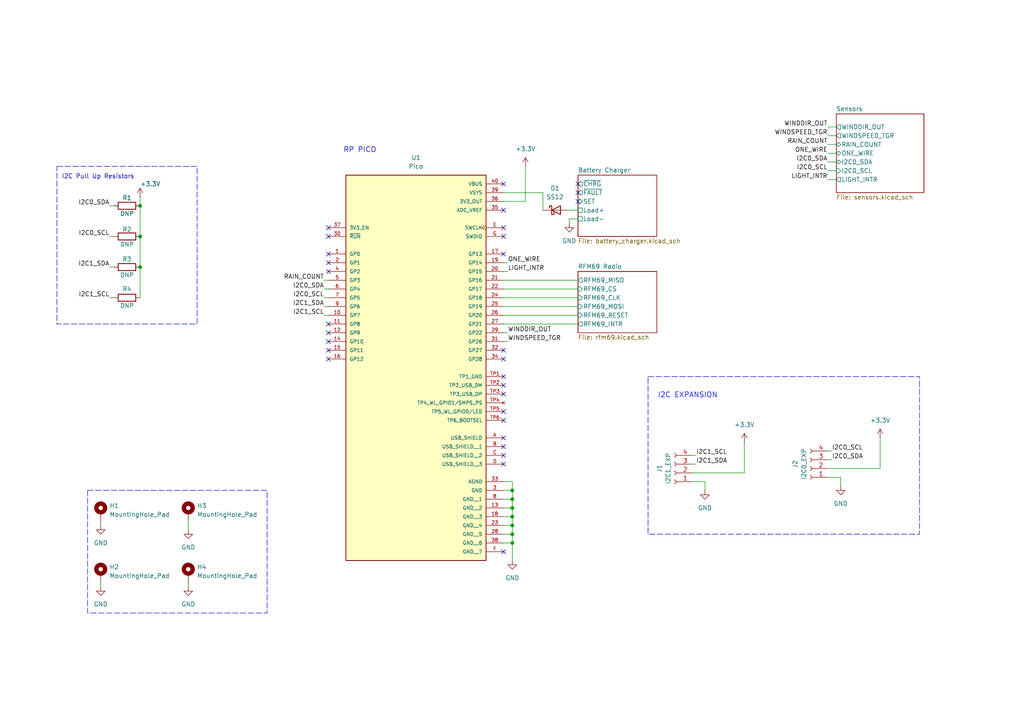
<source format=kicad_sch>
(kicad_sch (version 20231120) (generator "eeschema") (generator_version "8.0")
  (paper "A4")
  (title_block (title "Pico W Weather Station") (date "2023-12-12") (rev "v01") (comment 4 "Author: Scott Perkins"))
  (lib_symbols
    (symbol "Connector:Conn_01x04_Socket" (pin_names (offset 1.016) hide)
      (property "Reference" "J" (at 0 5.08 0))
      (property "Value" "Conn_01x04_Socket" (at 0 -7.62 0))
      (symbol "Conn_01x04_Socket_1_1"
        (arc (start 0 -4.572) (mid -0.5058 -5.08) (end 0 -5.588) (stroke (width 0.1524)))
        (arc (start 0 -2.032) (mid -0.5058 -2.54) (end 0 -3.048) (stroke (width 0.1524)))
        (polyline (pts (xy -1.27 -5.08) (xy -0.508 -5.08)) (stroke (width 0.1524)))
        (polyline (pts (xy -1.27 -2.54) (xy -0.508 -2.54)) (stroke (width 0.1524)))
        (polyline (pts (xy -1.27 0) (xy -0.508 0)) (stroke (width 0.1524)))
        (polyline (pts (xy -1.27 2.54) (xy -0.508 2.54)) (stroke (width 0.1524)))
        (arc (start 0 0.508) (mid -0.5058 0) (end 0 -0.508) (stroke (width 0.1524)))
        (arc (start 0 3.048) (mid -0.5058 2.54) (end 0 2.032) (stroke (width 0.1524)))
        (pin passive line (at -5.08 2.54 0) (length 3.81) (name "Pin_1") (number "1"))
        (pin passive line (at -5.08 0 0) (length 3.81) (name "Pin_2") (number "2"))
        (pin passive line (at -5.08 -2.54 0) (length 3.81) (name "Pin_3") (number "3"))
        (pin passive line (at -5.08 -5.08 0) (length 3.81) (name "Pin_4") (number "4"))
      )
    )
    (symbol "Device:R" (pin_numbers hide) (pin_names (offset 0))
      (property "Reference" "R" (at 2.032 0 90))
      (property "Value" "R" (at 0 0 90))
      (symbol "R_0_1"
        (rectangle (start -1.016 -2.54) (end 1.016 2.54) (stroke (width 0.254)))
      )
      (symbol "R_1_1"
        (pin passive line (at 0 3.81 270) (length 1.27) (name "~") (number "1"))
        (pin passive line (at 0 -3.81 90) (length 1.27) (name "~") (number "2"))
      )
    )
    (symbol "Diode:SS12" (pin_numbers hide) (pin_names (offset 1.016) hide)
      (property "Reference" "D" (at 0 2.54 0))
      (property "Value" "SS12" (at 0 -2.54 0))
      (symbol "SS12_0_1"
        (polyline (pts (xy 1.27 0) (xy -1.27 0)))
        (polyline (pts (xy 1.27 1.27) (xy 1.27 -1.27) (xy -1.27 0) (xy 1.27 1.27)) (stroke (width 0.254)))
        (polyline (pts (xy -1.905 0.635) (xy -1.905 1.27) (xy -1.27 1.27) (xy -1.27 -1.27) (xy -0.635 -1.27) (xy -0.635 -0.635)) (stroke (width 0.254)))
      )
      (symbol "SS12_1_1"
        (pin passive line (at -3.81 0 0) (length 2.54) (name "K") (number "1"))
        (pin passive line (at 3.81 0 180) (length 2.54) (name "A") (number "2"))
      )
    )
    (symbol "GND_1" (power) (pin_numbers hide) (pin_names (offset 0) hide)
      (property "Value" "GND" (at 0 -3.81 0))
      (symbol "GND_1_0_1"
        (polyline (pts (xy 0 0) (xy 0 -1.27) (xy 1.27 -1.27) (xy 0 -2.54) (xy -1.27 -1.27) (xy 0 -1.27)))
      )
      (symbol "GND_1_1_1"
        (pin power_in line (at 0 0 270) (length 0) (name "~") (number "1"))
      )
    )
    (symbol "GND_2" (power) (pin_numbers hide) (pin_names (offset 0) hide)
      (property "Value" "GND" (at 0 -3.81 0))
      (symbol "GND_2_0_1"
        (polyline (pts (xy 0 0) (xy 0 -1.27) (xy 1.27 -1.27) (xy 0 -2.54) (xy -1.27 -1.27) (xy 0 -1.27)))
      )
      (symbol "GND_2_1_1"
        (pin power_in line (at 0 0 270) (length 0) (name "~") (number "1"))
      )
    )
    (symbol "GND_4" (power) (pin_numbers hide) (pin_names (offset 0) hide)
      (property "Value" "GND" (at 0 -3.81 0))
      (symbol "GND_4_0_1"
        (polyline (pts (xy 0 0) (xy 0 -1.27) (xy 1.27 -1.27) (xy 0 -2.54) (xy -1.27 -1.27) (xy 0 -1.27)))
      )
      (symbol "GND_4_1_1"
        (pin power_in line (at 0 0 270) (length 0) (name "~") (number "1"))
      )
    )
    (symbol "Mechanical:MountingHole_Pad" (pin_numbers hide) (pin_names (offset 1.016) hide)
      (property "Reference" "H" (at 0 6.35 0))
      (property "Value" "MountingHole_Pad" (at 0 4.445 0))
      (symbol "MountingHole_Pad_0_1"
        (circle (center 0 1.27) (radius 1.27) (stroke (width 1.27)))
      )
      (symbol "MountingHole_Pad_1_1"
        (pin input line (at 0 -2.54 90) (length 2.54) (name "1") (number "1"))
      )
    )
    (symbol "Weather_Sensors:Pico W" (pin_names (offset 1.016))
      (property "Reference" "U" (at -20.32 43.942 0))
      (property "Value" "Pico W" (at -20.32 -71.12 0))
      (symbol "Pico W_0_0"
        (rectangle (start -20.32 -68.58) (end 20.32 43.18) (stroke (width 0.254)) (fill (type background)))
        (pin bidirectional line (at -25.4 20.32 0) (length 5.08) (name "GP0") (number "1"))
        (pin bidirectional line (at -25.4 2.54 0) (length 5.08) (name "GP7") (number "10"))
        (pin bidirectional line (at -25.4 0 0) (length 5.08) (name "GP8") (number "11"))
        (pin bidirectional line (at -25.4 -2.54 0) (length 5.08) (name "GP9") (number "12"))
        (pin power_in line (at 25.4 -53.34 180) (length 5.08) (name "GND__2") (number "13"))
        (pin bidirectional line (at -25.4 -5.08 0) (length 5.08) (name "GP10") (number "14"))
        (pin bidirectional line (at -25.4 -7.62 0) (length 5.08) (name "GP11") (number "15"))
        (pin bidirectional line (at -25.4 -10.16 0) (length 5.08) (name "GP12") (number "16"))
        (pin bidirectional line (at 25.4 20.32 180) (length 5.08) (name "GP13") (number "17"))
        (pin power_in line (at 25.4 -55.88 180) (length 5.08) (name "GND__3") (number "18"))
        (pin bidirectional line (at 25.4 17.78 180) (length 5.08) (name "GP14") (number "19"))
        (pin bidirectional line (at -25.4 17.78 0) (length 5.08) (name "GP1") (number "2"))
        (pin bidirectional line (at 25.4 15.24 180) (length 5.08) (name "GP15") (number "20"))
        (pin bidirectional line (at 25.4 12.7 180) (length 5.08) (name "GP16") (number "21"))
        (pin bidirectional line (at 25.4 10.16 180) (length 5.08) (name "GP17") (number "22"))
        (pin power_in line (at 25.4 -58.42 180) (length 5.08) (name "GND__4") (number "23"))
        (pin bidirectional line (at 25.4 7.62 180) (length 5.08) (name "GP18") (number "24"))
        (pin bidirectional line (at 25.4 5.08 180) (length 5.08) (name "GP19") (number "25"))
        (pin bidirectional line (at 25.4 2.54 180) (length 5.08) (name "GP20") (number "26"))
        (pin bidirectional line (at 25.4 0 180) (length 5.08) (name "GP21") (number "27"))
        (pin power_in line (at 25.4 -60.96 180) (length 5.08) (name "GND__5") (number "28"))
        (pin bidirectional line (at 25.4 -2.54 180) (length 5.08) (name "GP22") (number "29"))
        (pin power_in line (at 25.4 -48.26 180) (length 5.08) (name "GND") (number "3"))
        (pin input line (at -25.4 25.4 0) (length 5.08) (name "~{RUN}") (number "30"))
        (pin bidirectional line (at 25.4 -5.08 180) (length 5.08) (name "GP26") (number "31"))
        (pin bidirectional line (at 25.4 -7.62 180) (length 5.08) (name "GP27") (number "32"))
        (pin power_in line (at 25.4 -45.72 180) (length 5.08) (name "AGND") (number "33"))
        (pin bidirectional line (at 25.4 -10.16 180) (length 5.08) (name "GP28") (number "34"))
        (pin power_in line (at 25.4 33.02 180) (length 5.08) (name "ADC_VREF") (number "35"))
        (pin power_in line (at 25.4 35.56 180) (length 5.08) (name "3V3_OUT") (number "36"))
        (pin input line (at -25.4 27.94 0) (length 5.08) (name "3V3_EN") (number "37"))
        (pin power_in line (at 25.4 -63.5 180) (length 5.08) (name "GND__6") (number "38"))
        (pin power_in line (at 25.4 38.1 180) (length 5.08) (name "VSYS") (number "39"))
        (pin bidirectional line (at -25.4 15.24 0) (length 5.08) (name "GP2") (number "4"))
        (pin power_in line (at 25.4 40.64 180) (length 5.08) (name "VBUS") (number "40"))
        (pin bidirectional line (at -25.4 12.7 0) (length 5.08) (name "GP3") (number "5"))
        (pin bidirectional line (at -25.4 10.16 0) (length 5.08) (name "GP4") (number "6"))
        (pin bidirectional line (at -25.4 7.62 0) (length 5.08) (name "GP5") (number "7"))
        (pin power_in line (at 25.4 -50.8 180) (length 5.08) (name "GND__1") (number "8"))
        (pin bidirectional line (at -25.4 5.08 0) (length 5.08) (name "GP6") (number "9"))
        (pin power_in line (at 25.4 -33.02 180) (length 5.08) (name "USB_SHIELD") (number "A"))
        (pin power_in line (at 25.4 -35.56 180) (length 5.08) (name "USB_SHIELD__1") (number "B"))
        (pin power_in line (at 25.4 -38.1 180) (length 5.08) (name "USB_SHIELD__2") (number "C"))
        (pin power_in line (at 25.4 -40.64 180) (length 5.08) (name "USB_SHIELD__3") (number "D"))
        (pin input clock (at 25.4 27.94 180) (length 5.08) (name "SWCLK") (number "E"))
        (pin power_in line (at 25.4 -66.04 180) (length 5.08) (name "GND__7") (number "F"))
        (pin bidirectional line (at 25.4 25.4 180) (length 5.08) (name "SWDIO") (number "G"))
        (pin power_in line (at 25.4 -15.24 180) (length 5.08) (name "TP1_GND") (number "TP1"))
        (pin bidirectional line (at 25.4 -17.78 180) (length 5.08) (name "TP2_USB_DM") (number "TP2"))
        (pin bidirectional line (at 25.4 -20.32 180) (length 5.08) (name "TP3_USB_DP") (number "TP3"))
        (pin no_connect line (at 25.4 -22.86 180) (length 5.08) (name "TP4_WL_GPIO1/SMPS_PS") (number "TP4"))
        (pin output line (at 25.4 -25.4 180) (length 5.08) (name "TP5_WL_GPIO0/LED") (number "TP5"))
        (pin input line (at 25.4 -27.94 180) (length 5.08) (name "TP6_BOOTSEL") (number "TP6"))
      )
    )
    (symbol "power:+3.3V" (power) (pin_numbers hide) (pin_names (offset 0) hide)
      (property "Value" "+3.3V" (at 0 3.556 0))
      (symbol "+3.3V_0_1"
        (polyline (pts (xy -0.762 1.27) (xy 0 2.54)))
        (polyline (pts (xy 0 0) (xy 0 2.54)))
        (polyline (pts (xy 0 2.54) (xy 0.762 1.27)))
      )
      (symbol "+3.3V_1_1"
        (pin power_in line (at 0 0 90) (length 0) (name "~") (number "1"))
      )
    )
    (symbol "power:GND" (power) (pin_names (offset 0))
      (property "Value" "GND" (at 0 -3.81 0))
      (symbol "GND_0_1"
        (polyline (pts (xy 0 0) (xy 0 -1.27) (xy 1.27 -1.27) (xy 0 -2.54) (xy -1.27 -1.27) (xy 0 -1.27)))
      )
      (symbol "GND_1_1"
        (pin power_in line (at 0 0 270) (length 0) hide (name "GND") (number "1"))
      )
    )
  )
  (junction (at 148.59 142.24))
  (junction (at 148.59 152.4))
  (junction (at 148.59 147.32))
  (junction (at 148.59 149.86))
  (junction (at 148.59 157.48))
  (junction (at 40.64 68.58))
  (junction (at 148.59 154.94))
  (junction (at 40.64 59.69))
  (junction (at 40.64 77.47))
  (junction (at 148.59 144.78))
  (no_connect (at 146.05 134.62))
  (no_connect (at 95.25 68.58))
  (no_connect (at 95.25 93.98))
  (no_connect (at 146.05 132.08))
  (no_connect (at 95.25 76.2))
  (no_connect (at 146.05 114.3))
  (no_connect (at 146.05 73.66))
  (no_connect (at 146.05 109.22))
  (no_connect (at 146.05 111.76))
  (no_connect (at 95.25 66.04))
  (no_connect (at 95.25 104.14))
  (no_connect (at 95.25 101.6))
  (no_connect (at 95.25 73.66))
  (no_connect (at 146.05 101.6))
  (no_connect (at 146.05 127))
  (no_connect (at 167.64 53.34))
  (no_connect (at 146.05 60.96))
  (no_connect (at 146.05 119.38))
  (no_connect (at 167.64 58.42))
  (no_connect (at 146.05 121.92))
  (no_connect (at 95.25 99.06))
  (no_connect (at 95.25 96.52))
  (no_connect (at 146.05 104.14))
  (no_connect (at 146.05 66.04))
  (no_connect (at 146.05 129.54))
  (no_connect (at 146.05 53.34))
  (no_connect (at 146.05 160.02))
  (no_connect (at 95.25 78.74))
  (no_connect (at 146.05 68.58))
  (no_connect (at 167.64 55.88))
  (wire (pts (xy 146.05 81.28) (xy 167.64 81.28)))
  (wire (pts (xy 240.03 49.53) (xy 242.57 49.53)))
  (wire (pts (xy 240.03 44.45) (xy 242.57 44.45)))
  (wire (pts (xy 31.75 77.47) (xy 33.02 77.47)))
  (wire (pts (xy 148.59 149.86) (xy 148.59 152.4)))
  (wire (pts (xy 240.03 39.37) (xy 242.57 39.37)))
  (wire (pts (xy 146.05 91.44) (xy 167.64 91.44)))
  (wire (pts (xy 255.27 135.89) (xy 255.27 127)))
  (wire (pts (xy 204.47 139.7) (xy 204.47 142.24)))
  (wire (pts (xy 240.03 130.81) (xy 241.3 130.81)))
  (wire (pts (xy 40.64 77.47) (xy 40.64 86.36)))
  (wire (pts (xy 146.05 93.98) (xy 167.64 93.98)))
  (wire (pts (xy 146.05 55.88) (xy 157.48 55.88)))
  (wire (pts (xy 146.05 86.36) (xy 167.64 86.36)))
  (wire (pts (xy 165.1 60.96) (xy 167.64 60.96)))
  (wire (pts (xy 40.64 68.58) (xy 40.64 77.47)))
  (wire (pts (xy 40.64 59.69) (xy 40.64 68.58)))
  (wire (pts (xy 243.84 138.43) (xy 243.84 140.97)))
  (wire (pts (xy 40.64 57.15) (xy 40.64 59.69)))
  (wire (pts (xy 200.66 134.62) (xy 201.93 134.62)))
  (wire (pts (xy 157.48 55.88) (xy 157.48 60.96)))
  (wire (pts (xy 240.03 133.35) (xy 241.3 133.35)))
  (wire (pts (xy 146.05 142.24) (xy 148.59 142.24)))
  (wire (pts (xy 215.9 137.16) (xy 215.9 128.27)))
  (wire (pts (xy 29.21 151.13) (xy 29.21 152.4)))
  (wire (pts (xy 148.59 144.78) (xy 148.59 147.32)))
  (wire (pts (xy 31.75 59.69) (xy 33.02 59.69)))
  (wire (pts (xy 200.66 137.16) (xy 215.9 137.16)))
  (wire (pts (xy 93.98 91.44) (xy 95.25 91.44)))
  (wire (pts (xy 31.75 68.58) (xy 33.02 68.58)))
  (wire (pts (xy 148.59 157.48) (xy 148.59 162.56)))
  (wire (pts (xy 146.05 83.82) (xy 167.64 83.82)))
  (wire (pts (xy 240.03 138.43) (xy 243.84 138.43)))
  (wire (pts (xy 200.66 132.08) (xy 201.93 132.08)))
  (wire (pts (xy 146.05 88.9) (xy 167.64 88.9)))
  (wire (pts (xy 93.98 88.9) (xy 95.25 88.9)))
  (wire (pts (xy 146.05 76.2) (xy 147.32 76.2)))
  (wire (pts (xy 93.98 86.36) (xy 95.25 86.36)))
  (wire (pts (xy 146.05 139.7) (xy 148.59 139.7)))
  (wire (pts (xy 165.1 63.5) (xy 165.1 64.77)))
  (wire (pts (xy 152.4 58.42) (xy 152.4 48.26)))
  (wire (pts (xy 146.05 154.94) (xy 148.59 154.94)))
  (wire (pts (xy 146.05 78.74) (xy 147.32 78.74)))
  (wire (pts (xy 148.59 154.94) (xy 148.59 157.48)))
  (wire (pts (xy 148.59 152.4) (xy 148.59 154.94)))
  (wire (pts (xy 240.03 52.07) (xy 242.57 52.07)))
  (wire (pts (xy 31.75 86.36) (xy 33.02 86.36)))
  (wire (pts (xy 93.98 83.82) (xy 95.25 83.82)))
  (wire (pts (xy 148.59 139.7) (xy 148.59 142.24)))
  (wire (pts (xy 146.05 96.52) (xy 147.32 96.52)))
  (wire (pts (xy 240.03 135.89) (xy 255.27 135.89)))
  (wire (pts (xy 146.05 152.4) (xy 148.59 152.4)))
  (wire (pts (xy 240.03 36.83) (xy 242.57 36.83)))
  (wire (pts (xy 146.05 147.32) (xy 148.59 147.32)))
  (wire (pts (xy 54.61 151.13) (xy 54.61 153.67)))
  (wire (pts (xy 146.05 99.06) (xy 147.32 99.06)))
  (wire (pts (xy 146.05 58.42) (xy 152.4 58.42)))
  (wire (pts (xy 54.61 168.91) (xy 54.61 170.18)))
  (wire (pts (xy 146.05 144.78) (xy 148.59 144.78)))
  (wire (pts (xy 146.05 149.86) (xy 148.59 149.86)))
  (wire (pts (xy 148.59 142.24) (xy 148.59 144.78)))
  (wire (pts (xy 167.64 63.5) (xy 165.1 63.5)))
  (wire (pts (xy 200.66 139.7) (xy 204.47 139.7)))
  (wire (pts (xy 29.21 168.91) (xy 29.21 170.18)))
  (wire (pts (xy 146.05 157.48) (xy 148.59 157.48)))
  (wire (pts (xy 240.03 46.99) (xy 242.57 46.99)))
  (wire (pts (xy 93.98 81.28) (xy 95.25 81.28)))
  (wire (pts (xy 240.03 41.91) (xy 242.57 41.91)))
  (wire (pts (xy 148.59 147.32) (xy 148.59 149.86)))
  (rectangle (start 16.51 48.26) (end 57.15 93.98) (stroke (width 0) (type dash)))
  (rectangle (start 187.96 109.22) (end 266.7 154.94) (stroke (width 0) (type dash)))
  (rectangle (start 25.4 142.24) (end 77.47 177.8) (stroke (width 0) (type dash)))
  (text "I2C Pull Up Resistors" (at 28.448 51.308 0) (effects (font (size 1.27 1.27))))
  (text "I2C EXPANSION\n" (at 190.754 115.57 0) (effects (font (size 1.5 1.5)) (justify left bottom)))
  (text "RP PICO\n" (at 99.568 44.45 0) (effects (font (size 1.5 1.5)) (justify left bottom)))
  (label "WINDSPEED_TGR" (at 147.32 99.06 0))
  (label "I2C1_SDA" (at 93.98 88.9 180))
  (label "LIGHT_INTR" (at 240.03 52.07 180))
  (label "I2C0_SDA" (at 31.75 59.69 180))
  (label "ONE_WIRE" (at 147.32 76.2 0))
  (label "I2C1_SCL" (at 31.75 86.36 180))
  (label "I2C0_SCL" (at 240.03 49.53 180))
  (label "LIGHT_INTR" (at 147.32 78.74 0))
  (label "I2C0_SCL" (at 93.98 86.36 180))
  (label "I2C0_SCL" (at 241.3 130.81 0))
  (label "I2C0_SDA" (at 240.03 46.99 180))
  (label "WINDSPEED_TGR" (at 240.03 39.37 180))
  (label "RAIN_COUNT" (at 240.03 41.91 180))
  (label "I2C1_SDA" (at 201.93 134.62 0))
  (label "I2C1_SCL" (at 201.93 132.08 0))
  (label "I2C1_SCL" (at 93.98 91.44 180))
  (label "I2C0_SCL" (at 31.75 68.58 180))
  (label "WINDDIR_OUT" (at 240.03 36.83 180))
  (label "WINDDIR_OUT" (at 147.32 96.52 0))
  (label "I2C0_SDA" (at 93.98 83.82 180))
  (label "RAIN_COUNT" (at 93.98 81.28 180))
  (label "I2C0_SDA" (at 241.3 133.35 0))
  (label "ONE_WIRE" (at 240.03 44.45 180))
  (label "I2C1_SDA" (at 31.75 77.47 180))
  (symbol (lib_id "Device:R") (at 36.83 59.69 270) (unit 1)
    (property "Reference" "R1" (at 36.83 57.404 90))
    (property "Value" "DNP" (at 36.83 61.976 90))
    (property "Footprint" "Resistor_SMD:R_0805_2012Metric_Pad1.20x1.40mm_HandSolder" (effects (hide yes)))
    (property "Description" "Resistor" (effects (hide yes)))
  )
  (symbol (lib_id "Device:R") (at 36.83 86.36 270) (unit 1)
    (property "Reference" "R4" (at 36.83 83.82 90))
    (property "Value" "DNP" (at 36.83 88.646 90))
    (property "Footprint" "Resistor_SMD:R_0805_2012Metric_Pad1.20x1.40mm_HandSolder" (effects (hide yes)))
    (property "Description" "Resistor" (effects (hide yes)))
  )
  (symbol (lib_name "GND_4") (lib_id "power:GND") (at 165.1 64.77 0) (unit 1)
    (property "Reference" "#PWR08" (effects (hide yes)))
    (property "Value" "GND" (at 165.1 69.85 0))
    (property "Description" "Power symbol creates a global label with name \"GND\" , ground" (effects (hide yes)))
  )
  (symbol (lib_id "Mechanical:MountingHole_Pad") (at 29.21 166.37 0) (unit 1)
    (property "Reference" "H2" (at 31.75 164.465 0) (effects (justify left)))
    (property "Value" "MountingHole_Pad" (at 31.75 167.005 0) (effects (justify left)))
    (property "Footprint" "MountingHole:MountingHole_3.2mm_M3_ISO7380" (effects (hide yes)))
  )
  (symbol (lib_id "Connector:Conn_01x04_Socket") (at 195.58 137.16 180) (unit 1)
    (property "Reference" "J1" (at 191.262 135.89 90))
    (property "Value" "I2C1_EXP" (at 193.802 135.89 90))
    (property "Footprint" "WeatherStation:StemmaQT_Vertical" (effects (hide yes)))
  )
  (symbol (lib_name "GND_2") (lib_id "power:GND") (at 148.59 162.56 0) (unit 1)
    (property "Reference" "#PWR06" (effects (hide yes)))
    (property "Value" "GND" (at 148.59 167.64 0))
    (property "Description" "Power symbol creates a global label with name \"GND\" , ground" (effects (hide yes)))
  )
  (symbol (lib_id "Device:R") (at 36.83 77.47 270) (unit 1)
    (property "Reference" "R3" (at 36.83 75.184 90))
    (property "Value" "DNP" (at 36.83 79.756 90))
    (property "Footprint" "Resistor_SMD:R_0805_2012Metric_Pad1.20x1.40mm_HandSolder" (effects (hide yes)))
    (property "Description" "Resistor" (effects (hide yes)))
  )
  (symbol (lib_id "power:+3.3V") (at 215.9 128.27 0) (unit 1)
    (property "Reference" "#PWR010" (effects (hide yes)))
    (property "Value" "+3.3V" (at 215.9 123.19 0))
    (property "Description" "Power symbol creates a global label with name \"+3.3V\"" (effects (hide yes)))
  )
  (symbol (lib_id "power:+3.3V") (at 152.4 48.26 0) (unit 1)
    (property "Reference" "#PWR07" (effects (hide yes)))
    (property "Value" "+3.3V" (at 152.4 43.18 0))
    (property "Description" "Power symbol creates a global label with name \"+3.3V\"" (effects (hide yes)))
  )
  (symbol (lib_id "Mechanical:MountingHole_Pad") (at 54.61 166.37 0) (unit 1)
    (property "Reference" "H4" (at 57.15 164.465 0) (effects (justify left)))
    (property "Value" "MountingHole_Pad" (at 57.15 167.005 0) (effects (justify left)))
    (property "Footprint" "MountingHole:MountingHole_3.2mm_M3_ISO7380" (effects (hide yes)))
  )
  (symbol (lib_id "power:GND") (at 54.61 153.67 0) (unit 1)
    (property "Reference" "#PWR04" (effects (hide yes)))
    (property "Value" "GND" (at 54.61 158.75 0))
  )
  (symbol (lib_id "power:+3.3V") (at 255.27 127 0) (unit 1)
    (property "Reference" "#PWR012" (effects (hide yes)))
    (property "Value" "+3.3V" (at 255.27 121.92 0))
    (property "Description" "Power symbol creates a global label with name \"+3.3V\"" (effects (hide yes)))
  )
  (symbol (lib_id "power:+3.3V") (at 40.64 57.15 0) (unit 1)
    (property "Reference" "#PWR03" (effects (hide yes)))
    (property "Value" "+3.3V" (at 40.6401 53.34 0) (effects (justify left)))
    (property "Description" "Power symbol creates a global label with name \"+3.3V\"" (effects (hide yes)))
  )
  (symbol (lib_id "power:GND") (at 29.21 152.4 0) (unit 1)
    (property "Reference" "#PWR01" (effects (hide yes)))
    (property "Value" "GND" (at 29.21 157.48 0))
  )
  (symbol (lib_id "Diode:SS12") (at 161.29 60.96 0) (unit 1)
    (property "Reference" "D1" (at 160.9725 54.61 0))
    (property "Value" "SS12" (at 160.9725 57.15 0))
    (property "Footprint" "Diode_SMD:D_SMA" (effects (hide yes)))
    (property "Datasheet" "https://www.vishay.com/docs/88746/ss12.pdf" (effects (hide yes)))
    (property "Description" "20V 1A Schottky Diode, SMA" (effects (hide yes)))
  )
  (symbol (lib_id "Device:R") (at 36.83 68.58 270) (unit 1)
    (property "Reference" "R2" (at 36.83 66.548 90))
    (property "Value" "DNP" (at 36.83 70.866 90))
    (property "Footprint" "Resistor_SMD:R_0805_2012Metric_Pad1.20x1.40mm_HandSolder" (effects (hide yes)))
    (property "Description" "Resistor" (effects (hide yes)))
  )
  (symbol (lib_name "GND_1") (lib_id "power:GND") (at 204.47 142.24 0) (unit 1)
    (property "Reference" "#PWR09" (effects (hide yes)))
    (property "Value" "GND" (at 204.47 147.32 0))
    (property "Description" "Power symbol creates a global label with name \"GND\" , ground" (effects (hide yes)))
  )
  (symbol (lib_id "Connector:Conn_01x04_Socket") (at 234.95 135.89 180) (unit 1)
    (property "Reference" "J2" (at 230.632 134.62 90))
    (property "Value" "I2C0_EXP" (at 233.172 134.62 90))
    (property "Footprint" "WeatherStation:StemmaQT_Vertical" (effects (hide yes)))
  )
  (symbol (lib_id "Mechanical:MountingHole_Pad") (at 54.61 148.59 0) (unit 1)
    (property "Reference" "H3" (at 57.15 146.685 0) (effects (justify left)))
    (property "Value" "MountingHole_Pad" (at 57.15 149.225 0) (effects (justify left)))
    (property "Footprint" "MountingHole:MountingHole_3.2mm_M3_ISO7380" (effects (hide yes)))
  )
  (symbol (lib_id "power:GND") (at 29.21 170.18 0) (unit 1)
    (property "Reference" "#PWR02" (effects (hide yes)))
    (property "Value" "GND" (at 29.21 175.26 0))
  )
  (symbol (lib_id "power:GND") (at 54.61 170.18 0) (unit 1)
    (property "Reference" "#PWR05" (effects (hide yes)))
    (property "Value" "GND" (at 54.61 175.26 0))
  )
  (symbol (lib_name "GND_1") (lib_id "power:GND") (at 243.84 140.97 0) (unit 1)
    (property "Reference" "#PWR011" (effects (hide yes)))
    (property "Value" "GND" (at 243.84 146.05 0))
    (property "Description" "Power symbol creates a global label with name \"GND\" , ground" (effects (hide yes)))
  )
  (symbol (lib_id "Weather_Sensors:Pico W") (at 120.65 93.98 0) (unit 1)
    (property "Reference" "U1" (at 120.65 45.72 0))
    (property "Value" "Pico" (at 120.65 48.26 0))
    (property "Footprint" "WeatherStation:Pico_SMD_Headers" (effects (hide yes)))
    (property "PARTREV" "2.1" (effects (hide yes)))
    (property "STANDARD" "Manufacturer Recommendations" (effects (hide yes)))
    (property "MAXIMUM_PACKAGE_HEIGHT" "3.6mm" (effects (hide yes)))
    (property "MANUFACTURER" "Raspberry Pi" (effects (hide yes)))
  )
  (symbol (lib_id "Mechanical:MountingHole_Pad") (at 29.21 148.59 0) (unit 1)
    (property "Reference" "H1" (at 31.75 146.685 0) (effects (justify left)))
    (property "Value" "MountingHole_Pad" (at 31.75 149.225 0) (effects (justify left)))
    (property "Footprint" "MountingHole:MountingHole_3.2mm_M3_ISO7380" (effects (hide yes)))
  )
  (sheet (at 167.64 50.8) (size 22.86 17.78) (stroke (width 0.1524))
    (property "Sheetname" "Battery Charger" (at 167.64 50.0884 0) (effects (justify left bottom)))
    (property "Sheetfile" "battery_charger.kicad_sch" (at 167.64 69.1646 0) (effects (justify left top)))
    (pin "~{FAULT}" output (at 167.64 55.88 180))
    (pin "SET" input (at 167.64 58.42 180))
    (pin "~{CHRG}" output (at 167.64 53.34 180))
    (pin "Load+" passive (at 167.64 60.96 180))
    (pin "Load-" passive (at 167.64 63.5 180))
  )
  (sheet (at 242.57 33.02) (size 25.4 22.86) (stroke (width 0.1524))
    (property "Sheetname" "Sensors" (at 242.57 32.3084 0) (effects (justify left bottom)))
    (property "Sheetfile" "sensors.kicad_sch" (at 242.57 56.4646 0) (effects (justify left top)))
    (pin "WINDDIR_OUT" output (at 242.57 36.83 180))
    (pin "WINDSPEED_TGR" output (at 242.57 39.37 180))
    (pin "RAIN_COUNT" bidirectional (at 242.57 41.91 180))
    (pin "ONE_WIRE" bidirectional (at 242.57 44.45 180))
    (pin "I2C0_SDA" bidirectional (at 242.57 46.99 180))
    (pin "I2C0_SCL" input (at 242.57 49.53 180))
    (pin "LIGHT_INTR" output (at 242.57 52.07 180))
  )
  (sheet (at 167.64 78.74) (size 22.86 17.78) (stroke (width 0.1524))
    (property "Sheetname" "RFM69 Radio" (at 167.64 78.0284 0) (effects (justify left bottom)))
    (property "Sheetfile" "rfm69.kicad_sch" (at 167.64 97.1046 0) (effects (justify left top)))
    (pin "RFM69_MISO" output (at 167.64 81.28 180))
    (pin "RFM69_MOSI" input (at 167.64 88.9 180))
    (pin "RFM69_CLK" input (at 167.64 86.36 180))
    (pin "RFM69_RESET" input (at 167.64 91.44 180))
    (pin "RFM69_CS" input (at 167.64 83.82 180))
    (pin "RFM69_INTR" output (at 167.64 93.98 180))
  )
)
</source>
